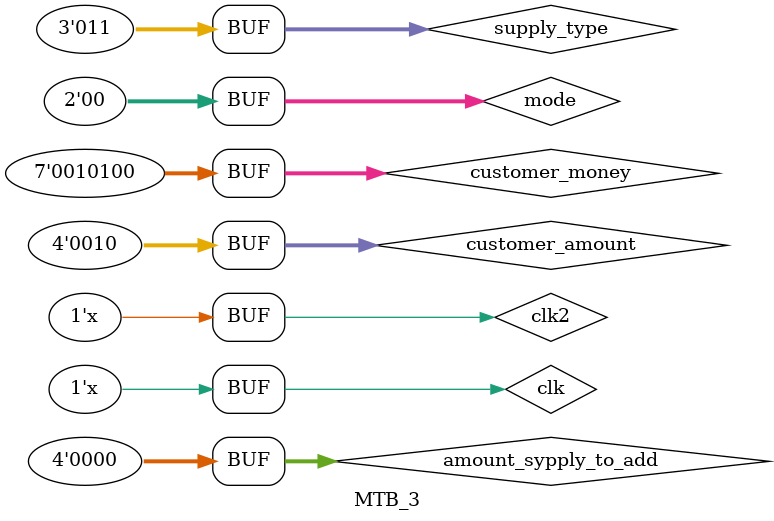
<source format=v>
`timescale 1ns / 1ps


module MTB_3;

	// Inputs
	reg [1:0] mode;
	reg clk;
	reg clk2;
	reg [6:0] customer_money;
	reg [2:0] supply_type;
	reg [3:0] customer_amount;
	reg [3:0] amount_sypply_to_add;

	// Outputs
	wire error;

	// Instantiate the Unit Under Test (UUT)
	Main uut (
		.mode(mode), 
		.clk(clk), 
		.clk2(clk2), 
		.customer_money(customer_money), 
		.supply_type(supply_type), 
		.customer_amount(customer_amount), 
		.amount_sypply_to_add(amount_sypply_to_add), 
		.error(error)
	);
	
	always #20 clk = ~clk;
	always #10 clk2 = ~clk2;
	
	initial begin
		// Initialize Inputs
		mode = 0;
		clk = 0;
		clk2 = 0;
		customer_money = 20;
		supply_type = 3;
		customer_amount = 2;
		amount_sypply_to_add = 0;

		// Wait 100 ns for global reset to finish
		#100;
        
		// Add stimulus here

	end
      
endmodule


</source>
